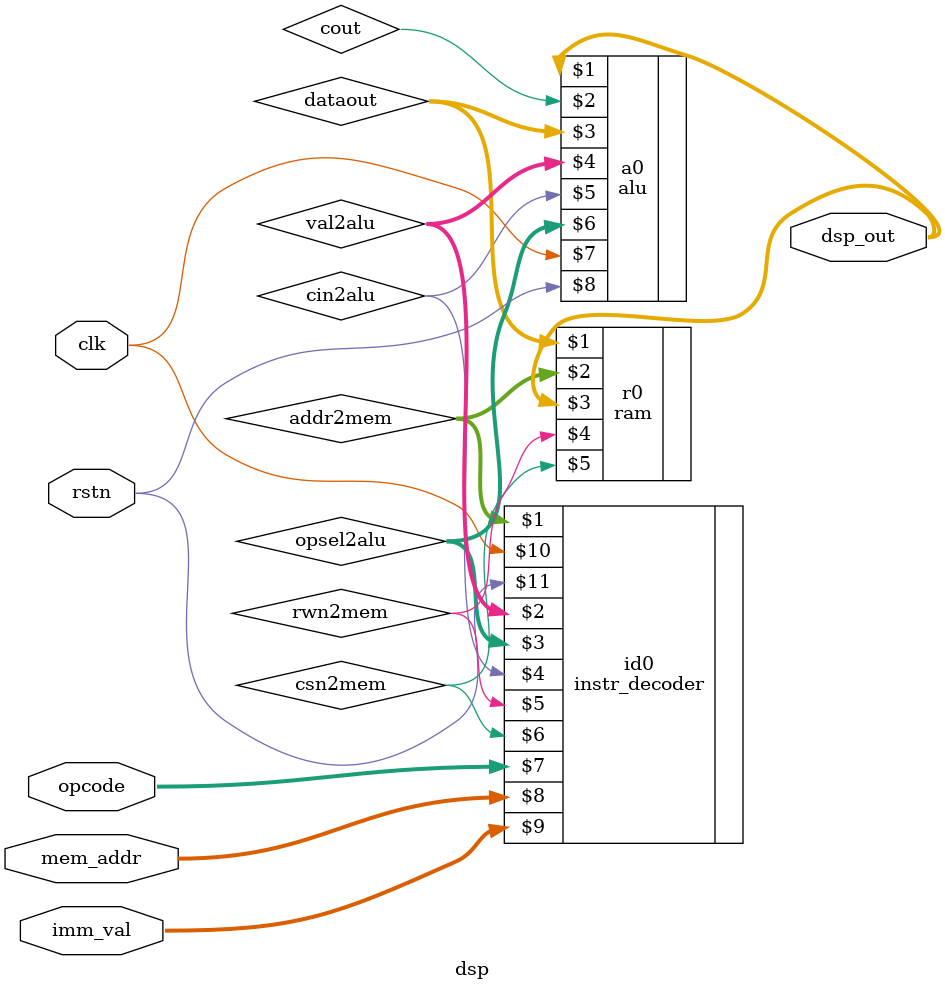
<source format=v>
`include "instr_decoder.v"
`include "alu.v"
`include "ram.v"

module dsp (
	output [3:0] dsp_out,
	
	input [2:0] opcode, 
	input [3:0] mem_addr,
	input [3:0] imm_val,
	input clk,
	input rstn
);
	
	// wires from instruction decoder
	wire [3:0] addr2mem;
	wire [3:0] val2alu;
	wire [2:0] opsel2alu;
	wire cin2alu, rwn2mem, csn2both;


	// wires from alu
	wire cout;

	// wires from memory
	wire [3:0] dataout;

	// instruciton decoder
	instr_decoder id0(addr2mem, val2alu, opsel2alu, cin2alu, rwn2mem, csn2mem, opcode, mem_addr, imm_val, clk, rstn);
	// arithmetic logical unit
	alu a0(dsp_out, cout, dataout, val2alu, cin2alu, opsel2alu, clk, rstn);
	// memory
	ram r0(dataout, addr2mem, dsp_out, rwn2mem, csn2mem);

endmodule



</source>
